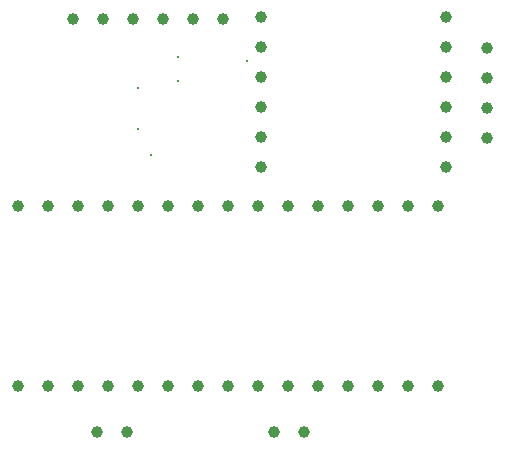
<source format=gbr>
%TF.GenerationSoftware,KiCad,Pcbnew,(6.0.9)*%
%TF.CreationDate,2023-05-29T15:26:24+10:00*%
%TF.ProjectId,SumoNyxPCB2.2,53756d6f-4e79-4785-9043-42322e322e6b,rev?*%
%TF.SameCoordinates,Original*%
%TF.FileFunction,Plated,1,2,PTH,Drill*%
%TF.FilePolarity,Positive*%
%FSLAX46Y46*%
G04 Gerber Fmt 4.6, Leading zero omitted, Abs format (unit mm)*
G04 Created by KiCad (PCBNEW (6.0.9)) date 2023-05-29 15:26:24*
%MOMM*%
%LPD*%
G01*
G04 APERTURE LIST*
%TA.AperFunction,ViaDrill*%
%ADD10C,0.300000*%
%TD*%
%TA.AperFunction,ComponentDrill*%
%ADD11C,1.000000*%
%TD*%
G04 APERTURE END LIST*
D10*
X171867299Y-71617299D03*
X171867299Y-75064500D03*
X173000000Y-77250000D03*
X175250000Y-69000000D03*
X175250000Y-71000000D03*
X181160000Y-69340000D03*
D11*
%TO.C,A1*%
X161740000Y-81620000D03*
X161740000Y-96860000D03*
X164280000Y-81620000D03*
X164280000Y-96860000D03*
%TO.C,J1*%
X166400000Y-65750000D03*
%TO.C,A1*%
X166820000Y-81620000D03*
X166820000Y-96860000D03*
%TO.C,J4*%
X168470000Y-100750000D03*
%TO.C,J1*%
X168940000Y-65750000D03*
%TO.C,A1*%
X169360000Y-81620000D03*
X169360000Y-96860000D03*
%TO.C,J4*%
X171010000Y-100750000D03*
%TO.C,J1*%
X171480000Y-65750000D03*
%TO.C,A1*%
X171900000Y-81620000D03*
X171900000Y-96860000D03*
%TO.C,J1*%
X174020000Y-65750000D03*
%TO.C,A1*%
X174440000Y-81620000D03*
X174440000Y-96860000D03*
%TO.C,J1*%
X176560000Y-65750000D03*
%TO.C,A1*%
X176980000Y-81620000D03*
X176980000Y-96860000D03*
%TO.C,J1*%
X179100000Y-65750000D03*
%TO.C,A1*%
X179520000Y-81620000D03*
X179520000Y-96860000D03*
X182060000Y-81620000D03*
X182060000Y-96860000D03*
%TO.C,U3*%
X182335000Y-65555000D03*
X182335000Y-68095000D03*
X182335000Y-70635000D03*
X182335000Y-73175000D03*
X182335000Y-75715000D03*
X182335000Y-78255000D03*
%TO.C,J2*%
X183460000Y-100750000D03*
%TO.C,A1*%
X184600000Y-81620000D03*
X184600000Y-96860000D03*
%TO.C,J2*%
X186000000Y-100750000D03*
%TO.C,A1*%
X187140000Y-81620000D03*
X187140000Y-96860000D03*
X189680000Y-81620000D03*
X189680000Y-96860000D03*
X192220000Y-81620000D03*
X192220000Y-96860000D03*
X194760000Y-81620000D03*
X194760000Y-96860000D03*
X197300000Y-81620000D03*
X197300000Y-96860000D03*
%TO.C,U3*%
X197975000Y-65565000D03*
X197975000Y-68105000D03*
X197975000Y-70645000D03*
X197975000Y-73185000D03*
X197975000Y-75725000D03*
X197975000Y-78265000D03*
%TO.C,J3*%
X201475000Y-68180000D03*
X201475000Y-70720000D03*
X201475000Y-73260000D03*
X201475000Y-75800000D03*
M02*

</source>
